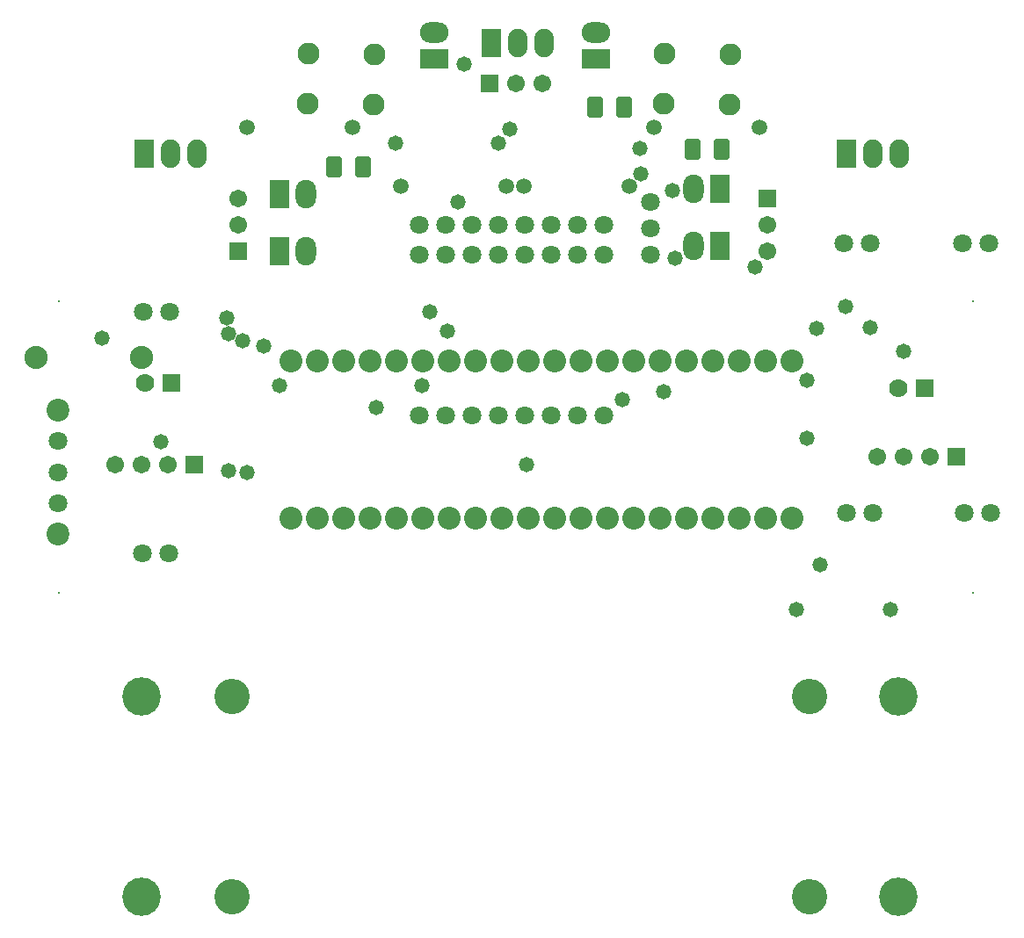
<source format=gbs>
G04*
G04 #@! TF.GenerationSoftware,Altium Limited,Altium Designer,23.6.0 (18)*
G04*
G04 Layer_Color=16711935*
%FSLAX25Y25*%
%MOIN*%
G70*
G04*
G04 #@! TF.SameCoordinates,D5263B71-C0EA-4B60-9871-AA0EAEE7EF9D*
G04*
G04*
G04 #@! TF.FilePolarity,Negative*
G04*
G01*
G75*
%ADD18C,0.07087*%
%ADD19C,0.07001*%
%ADD20R,0.07001X0.07001*%
%ADD21C,0.08800*%
%ADD22C,0.06737*%
%ADD23R,0.06737X0.06737*%
%ADD24R,0.06737X0.06737*%
%ADD25C,0.14580*%
%ADD26C,0.13398*%
%ADD27C,0.08661*%
%ADD28R,0.07800X0.10800*%
%ADD29O,0.07800X0.10800*%
%ADD30C,0.08300*%
%ADD31O,0.10800X0.07800*%
%ADD32R,0.10800X0.07800*%
%ADD33O,0.07300X0.10800*%
%ADD34R,0.07300X0.10800*%
%ADD35C,0.00800*%
%ADD36C,0.05906*%
%ADD37O,0.08674X0.08674*%
%ADD38C,0.05800*%
G04:AMPARAMS|DCode=63|XSize=57.09mil|YSize=76.77mil|CornerRadius=6.4mil|HoleSize=0mil|Usage=FLASHONLY|Rotation=0.000|XOffset=0mil|YOffset=0mil|HoleType=Round|Shape=RoundedRectangle|*
%AMROUNDEDRECTD63*
21,1,0.05709,0.06398,0,0,0.0*
21,1,0.04429,0.07677,0,0,0.0*
1,1,0.01280,0.02215,-0.03199*
1,1,0.01280,-0.02215,-0.03199*
1,1,0.01280,-0.02215,0.03199*
1,1,0.01280,0.02215,0.03199*
%
%ADD63ROUNDEDRECTD63*%
D18*
X152563Y362799D02*
D03*
X142563D02*
D03*
X152382Y271280D02*
D03*
X142382D02*
D03*
X335000Y384500D02*
D03*
Y404500D02*
D03*
Y394500D02*
D03*
X464051Y286638D02*
D03*
X454051D02*
D03*
X110500Y290189D02*
D03*
X419287Y286638D02*
D03*
X409287D02*
D03*
X110500Y302000D02*
D03*
X247501Y323673D02*
D03*
X257501D02*
D03*
X267501D02*
D03*
X277501D02*
D03*
X287501D02*
D03*
X297501D02*
D03*
X307501D02*
D03*
X317501D02*
D03*
X317500Y384500D02*
D03*
X307500D02*
D03*
X297500D02*
D03*
X287500D02*
D03*
X277500D02*
D03*
X267500D02*
D03*
X257500D02*
D03*
X247500D02*
D03*
Y396000D02*
D03*
X257500D02*
D03*
X267500D02*
D03*
X277500D02*
D03*
X287500D02*
D03*
X297500D02*
D03*
X307500D02*
D03*
X317500D02*
D03*
X453382Y389000D02*
D03*
X463382D02*
D03*
X408500D02*
D03*
X418500D02*
D03*
X110500Y313811D02*
D03*
D19*
X428921Y334067D02*
D03*
X143421Y336067D02*
D03*
D20*
X438921Y334067D02*
D03*
X153421Y336067D02*
D03*
D21*
X102000Y345500D02*
D03*
X142000D02*
D03*
D22*
X178567Y406000D02*
D03*
Y396000D02*
D03*
X284000Y449433D02*
D03*
X294000D02*
D03*
X379433Y386000D02*
D03*
Y396000D02*
D03*
X152000Y305067D02*
D03*
X142000D02*
D03*
X132000D02*
D03*
X421000Y308067D02*
D03*
X431000D02*
D03*
X441000D02*
D03*
D23*
X178567Y386000D02*
D03*
X379433Y406000D02*
D03*
D24*
X274000Y449433D02*
D03*
X162000Y305067D02*
D03*
X451000Y308067D02*
D03*
D25*
X428913Y216992D02*
D03*
Y141008D02*
D03*
X141905D02*
D03*
Y216992D02*
D03*
D26*
X176512Y141008D02*
D03*
Y216992D02*
D03*
X395488Y141008D02*
D03*
Y216992D02*
D03*
D27*
X110500Y278535D02*
D03*
Y325465D02*
D03*
D28*
X361500Y409500D02*
D03*
X194500Y386000D02*
D03*
Y407500D02*
D03*
X361500Y388000D02*
D03*
D29*
X351500Y409500D02*
D03*
X204500Y386000D02*
D03*
Y407500D02*
D03*
X351500Y388000D02*
D03*
D30*
X339900Y441900D02*
D03*
X365300Y460700D02*
D03*
X365000Y441500D02*
D03*
X340500Y461000D02*
D03*
X205500D02*
D03*
X230000Y441500D02*
D03*
X230300Y460700D02*
D03*
X204900Y441900D02*
D03*
D31*
X314500Y469000D02*
D03*
X253000D02*
D03*
D32*
X314500Y459000D02*
D03*
X253000D02*
D03*
D33*
X294606Y465000D02*
D03*
X284606D02*
D03*
X153000Y423000D02*
D03*
X163000D02*
D03*
X419500D02*
D03*
X429500D02*
D03*
D34*
X274606Y465000D02*
D03*
X143000Y423000D02*
D03*
X409500D02*
D03*
D35*
X110748Y256248D02*
D03*
Y366984D02*
D03*
X457205D02*
D03*
Y256248D02*
D03*
D36*
X336500Y433000D02*
D03*
X376500D02*
D03*
X222000D02*
D03*
X182000D02*
D03*
X327000Y410500D02*
D03*
X287000D02*
D03*
X240500D02*
D03*
X280500D02*
D03*
D37*
X328650Y344320D02*
D03*
X318650D02*
D03*
X308650D02*
D03*
X298650D02*
D03*
X278650D02*
D03*
X268650D02*
D03*
X258650D02*
D03*
X288650D02*
D03*
X338650D02*
D03*
X378650D02*
D03*
X368650D02*
D03*
X358650D02*
D03*
X388750D02*
D03*
X348650D02*
D03*
X248693Y284420D02*
D03*
X238693D02*
D03*
X268693D02*
D03*
X228693D02*
D03*
X218693D02*
D03*
X208693D02*
D03*
X198693D02*
D03*
X258693D02*
D03*
X278693D02*
D03*
X318693D02*
D03*
X288693D02*
D03*
X298693D02*
D03*
X308693D02*
D03*
X328693D02*
D03*
X338693D02*
D03*
X378693D02*
D03*
X368693D02*
D03*
X358693D02*
D03*
X388693D02*
D03*
X348693D02*
D03*
X248650Y344320D02*
D03*
X208650D02*
D03*
X238650D02*
D03*
X198650D02*
D03*
X218650D02*
D03*
X228650D02*
D03*
D38*
X231000Y326500D02*
D03*
X418409Y357000D02*
D03*
X149328Y313672D02*
D03*
X425975Y250025D02*
D03*
X390500Y250000D02*
D03*
X127000Y352880D02*
D03*
X340000Y332500D02*
D03*
X248500Y335000D02*
D03*
X288000Y305000D02*
D03*
X238338Y426838D02*
D03*
X277294D02*
D03*
X262000Y404650D02*
D03*
X394500Y315000D02*
D03*
Y337000D02*
D03*
X398108Y356591D02*
D03*
X409000Y365000D02*
D03*
X344277Y383323D02*
D03*
X374741Y379759D02*
D03*
X331358Y415357D02*
D03*
X174500Y360500D02*
D03*
X251500Y362784D02*
D03*
X281671Y432329D02*
D03*
X330968Y425000D02*
D03*
X343500Y409000D02*
D03*
X264500Y457000D02*
D03*
X180367Y351817D02*
D03*
X175000Y354500D02*
D03*
X258000Y355500D02*
D03*
X194500Y335000D02*
D03*
X188500Y349969D02*
D03*
X431000Y348000D02*
D03*
X399500Y267000D02*
D03*
X324500Y329500D02*
D03*
X182000Y302000D02*
D03*
X175000Y302500D02*
D03*
D63*
X314087Y440500D02*
D03*
X324914D02*
D03*
X361913Y424500D02*
D03*
X351086D02*
D03*
X215087Y418000D02*
D03*
X225914D02*
D03*
M02*

</source>
